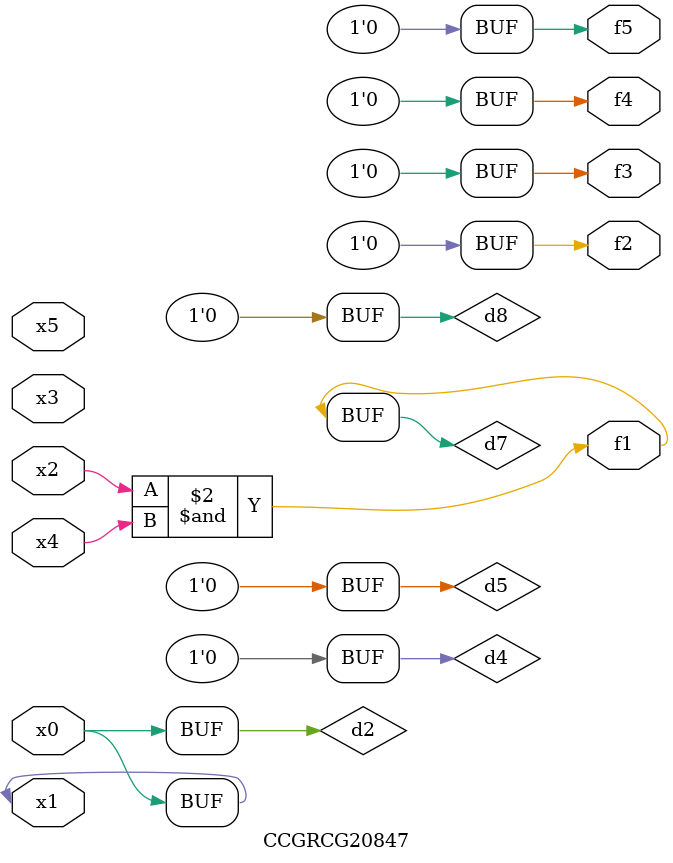
<source format=v>
module CCGRCG20847(
	input x0, x1, x2, x3, x4, x5,
	output f1, f2, f3, f4, f5
);

	wire d1, d2, d3, d4, d5, d6, d7, d8, d9;

	nand (d1, x1);
	buf (d2, x0, x1);
	nand (d3, x2, x4);
	and (d4, d1, d2);
	and (d5, d1, d2);
	nand (d6, d1, d3);
	not (d7, d3);
	xor (d8, d5);
	nor (d9, d5, d6);
	assign f1 = d7;
	assign f2 = d8;
	assign f3 = d8;
	assign f4 = d8;
	assign f5 = d8;
endmodule

</source>
